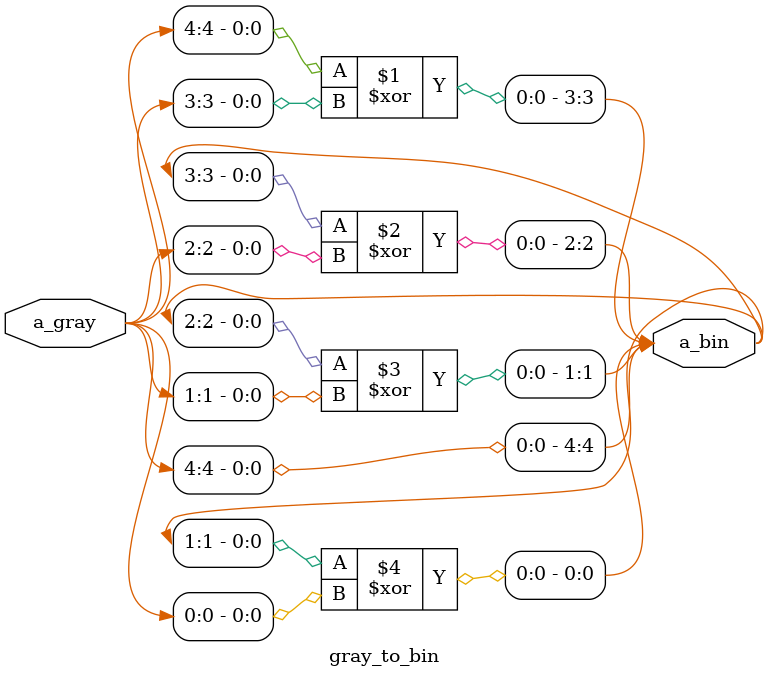
<source format=v>

module gray_to_bin #(parameter Width = 5) (
	input [Width-1:0] a_gray,
	output [Width-1:0] a_bin);

assign a_bin[Width-1] = a_gray[Width-1];

genvar i;

generate
	for (i = Width-2 ; i >= 0 ; i = i-1) begin
		xor X1 (a_bin[i], a_bin[i+1], a_gray[i]);
	end
endgenerate

endmodule

</source>
